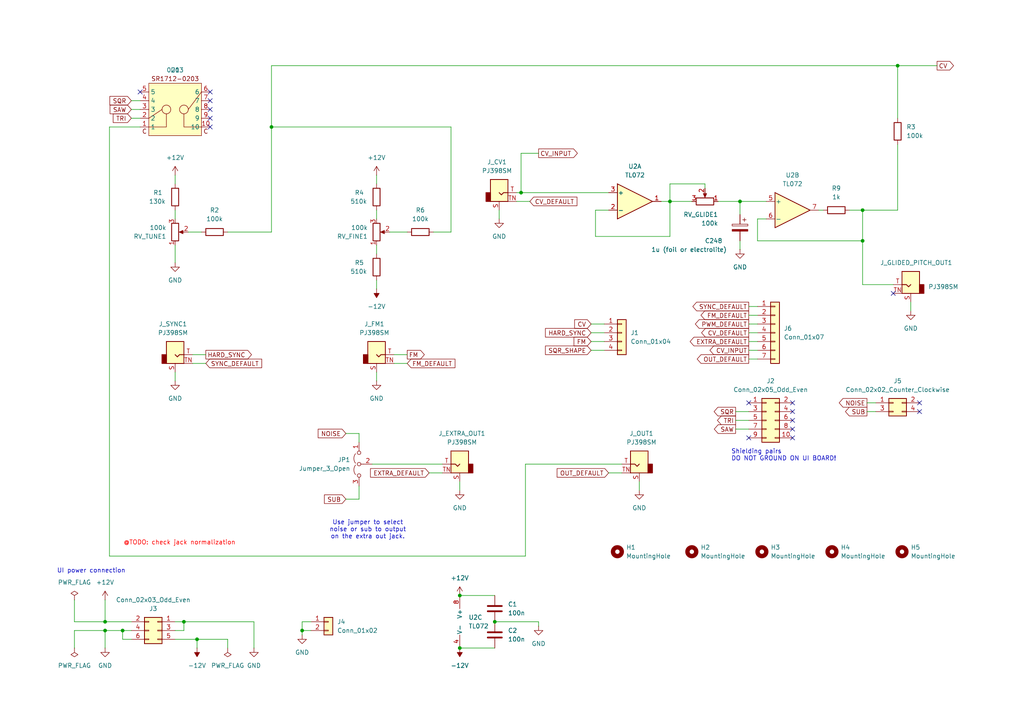
<source format=kicad_sch>
(kicad_sch (version 20250114) (generator "eeschema") (generator_version "9.0")
  (paper "A4")
  (title_block (title "Hog Moduleur VCO UI") (date "2025-10-24") (rev "v0.2") (company "Shmøergh"))
  (lib_symbols
    (symbol "Amplifier_Operational:TL072" (pin_names (offset 0.127))
      (property "Reference" "U" (at 0 5.08 0))
      (property "Value" "TL072" (at 0 -5.08 0))
      (symbol "TL072_1_1"
        (polyline (pts (xy -5.08 5.08) (xy 5.08 0) (xy -5.08 -5.08) (xy -5.08 5.08)) (stroke (width 0.254)) (fill (type background)))
        (pin input line (at -7.62 2.54 0) (length 2.54) (name "+") (number "3"))
        (pin input line (at -7.62 -2.54 0) (length 2.54) (name "-") (number "2"))
        (pin output line (at 7.62 0 180) (length 2.54) (name "~") (number "1"))
      )
      (symbol "TL072_2_1"
        (polyline (pts (xy -5.08 5.08) (xy 5.08 0) (xy -5.08 -5.08) (xy -5.08 5.08)) (stroke (width 0.254)) (fill (type background)))
        (pin input line (at -7.62 2.54 0) (length 2.54) (name "+") (number "5"))
        (pin input line (at -7.62 -2.54 0) (length 2.54) (name "-") (number "6"))
        (pin output line (at 7.62 0 180) (length 2.54) (name "~") (number "7"))
      )
      (symbol "TL072_3_1"
        (pin power_in line (at -2.54 7.62 270) (length 3.81) (name "V+") (number "8"))
        (pin power_in line (at -2.54 -7.62 90) (length 3.81) (name "V-") (number "4"))
      )
    )
    (symbol "Connector_Generic:Conn_01x02" (pin_names (offset 1.016) (hide yes))
      (property "Reference" "J" (at 0 2.54 0))
      (property "Value" "Conn_01x02" (at 0 -5.08 0))
      (symbol "Conn_01x02_1_1"
        (rectangle (start -1.27 1.27) (end 1.27 -3.81) (stroke (width 0.254)) (fill (type background)))
        (rectangle (start -1.27 0.127) (end 0 -0.127) (stroke (width 0.1524)))
        (rectangle (start -1.27 -2.413) (end 0 -2.667) (stroke (width 0.1524)))
        (pin passive line (at -5.08 0 0) (length 3.81) (name "Pin_1") (number "1"))
        (pin passive line (at -5.08 -2.54 0) (length 3.81) (name "Pin_2") (number "2"))
      )
    )
    (symbol "Connector_Generic:Conn_01x04" (pin_names (offset 1.016) (hide yes))
      (property "Reference" "J" (at 0 5.08 0))
      (property "Value" "Conn_01x04" (at 0 -7.62 0))
      (symbol "Conn_01x04_1_1"
        (rectangle (start -1.27 3.81) (end 1.27 -6.35) (stroke (width 0.254)) (fill (type background)))
        (rectangle (start -1.27 2.667) (end 0 2.413) (stroke (width 0.1524)))
        (rectangle (start -1.27 0.127) (end 0 -0.127) (stroke (width 0.1524)))
        (rectangle (start -1.27 -2.413) (end 0 -2.667) (stroke (width 0.1524)))
        (rectangle (start -1.27 -4.953) (end 0 -5.207) (stroke (width 0.1524)))
        (pin passive line (at -5.08 2.54 0) (length 3.81) (name "Pin_1") (number "1"))
        (pin passive line (at -5.08 0 0) (length 3.81) (name "Pin_2") (number "2"))
        (pin passive line (at -5.08 -2.54 0) (length 3.81) (name "Pin_3") (number "3"))
        (pin passive line (at -5.08 -5.08 0) (length 3.81) (name "Pin_4") (number "4"))
      )
    )
    (symbol "Connector_Generic:Conn_01x07" (pin_names (offset 1.016) (hide yes))
      (property "Reference" "J" (at 0 10.16 0))
      (property "Value" "Conn_01x07" (at 0 -10.16 0))
      (symbol "Conn_01x07_1_1"
        (rectangle (start -1.27 8.89) (end 1.27 -8.89) (stroke (width 0.254)) (fill (type background)))
        (rectangle (start -1.27 7.747) (end 0 7.493) (stroke (width 0.1524)))
        (rectangle (start -1.27 5.207) (end 0 4.953) (stroke (width 0.1524)))
        (rectangle (start -1.27 2.667) (end 0 2.413) (stroke (width 0.1524)))
        (rectangle (start -1.27 0.127) (end 0 -0.127) (stroke (width 0.1524)))
        (rectangle (start -1.27 -2.413) (end 0 -2.667) (stroke (width 0.1524)))
        (rectangle (start -1.27 -4.953) (end 0 -5.207) (stroke (width 0.1524)))
        (rectangle (start -1.27 -7.493) (end 0 -7.747) (stroke (width 0.1524)))
        (pin passive line (at -5.08 7.62 0) (length 3.81) (name "Pin_1") (number "1"))
        (pin passive line (at -5.08 5.08 0) (length 3.81) (name "Pin_2") (number "2"))
        (pin passive line (at -5.08 2.54 0) (length 3.81) (name "Pin_3") (number "3"))
        (pin passive line (at -5.08 0 0) (length 3.81) (name "Pin_4") (number "4"))
        (pin passive line (at -5.08 -2.54 0) (length 3.81) (name "Pin_5") (number "5"))
        (pin passive line (at -5.08 -5.08 0) (length 3.81) (name "Pin_6") (number "6"))
        (pin passive line (at -5.08 -7.62 0) (length 3.81) (name "Pin_7") (number "7"))
      )
    )
    (symbol "Connector_Generic:Conn_02x02_Odd_Even" (pin_names (offset 1.016) (hide yes))
      (property "Reference" "J" (at 1.27 2.54 0))
      (property "Value" "Conn_02x02_Odd_Even" (at 1.27 -5.08 0))
      (symbol "Conn_02x02_Odd_Even_1_1"
        (rectangle (start -1.27 1.27) (end 3.81 -3.81) (stroke (width 0.254)) (fill (type background)))
        (rectangle (start -1.27 0.127) (end 0 -0.127) (stroke (width 0.1524)))
        (rectangle (start -1.27 -2.413) (end 0 -2.667) (stroke (width 0.1524)))
        (rectangle (start 3.81 0.127) (end 2.54 -0.127) (stroke (width 0.1524)))
        (rectangle (start 3.81 -2.413) (end 2.54 -2.667) (stroke (width 0.1524)))
        (pin passive line (at -5.08 0 0) (length 3.81) (name "Pin_1") (number "1"))
        (pin passive line (at -5.08 -2.54 0) (length 3.81) (name "Pin_3") (number "3"))
        (pin passive line (at 7.62 0 180) (length 3.81) (name "Pin_2") (number "2"))
        (pin passive line (at 7.62 -2.54 180) (length 3.81) (name "Pin_4") (number "4"))
      )
    )
    (symbol "Connector_Generic:Conn_02x03_Odd_Even" (pin_names (offset 1.016) (hide yes))
      (property "Reference" "J" (at 1.27 5.08 0))
      (property "Value" "Conn_02x03_Odd_Even" (at 1.27 -5.08 0))
      (symbol "Conn_02x03_Odd_Even_1_1"
        (rectangle (start -1.27 3.81) (end 3.81 -3.81) (stroke (width 0.254)) (fill (type background)))
        (rectangle (start -1.27 2.667) (end 0 2.413) (stroke (width 0.1524)))
        (rectangle (start -1.27 0.127) (end 0 -0.127) (stroke (width 0.1524)))
        (rectangle (start -1.27 -2.413) (end 0 -2.667) (stroke (width 0.1524)))
        (rectangle (start 3.81 2.667) (end 2.54 2.413) (stroke (width 0.1524)))
        (rectangle (start 3.81 0.127) (end 2.54 -0.127) (stroke (width 0.1524)))
        (rectangle (start 3.81 -2.413) (end 2.54 -2.667) (stroke (width 0.1524)))
        (pin passive line (at -5.08 2.54 0) (length 3.81) (name "Pin_1") (number "1"))
        (pin passive line (at -5.08 0 0) (length 3.81) (name "Pin_3") (number "3"))
        (pin passive line (at -5.08 -2.54 0) (length 3.81) (name "Pin_5") (number "5"))
        (pin passive line (at 7.62 2.54 180) (length 3.81) (name "Pin_2") (number "2"))
        (pin passive line (at 7.62 0 180) (length 3.81) (name "Pin_4") (number "4"))
        (pin passive line (at 7.62 -2.54 180) (length 3.81) (name "Pin_6") (number "6"))
      )
    )
    (symbol "Connector_Generic:Conn_02x05_Odd_Even" (pin_names (offset 1.016) (hide yes))
      (property "Reference" "J" (at 1.27 7.62 0))
      (property "Value" "Conn_02x05_Odd_Even" (at 1.27 -7.62 0))
      (symbol "Conn_02x05_Odd_Even_1_1"
        (rectangle (start -1.27 6.35) (end 3.81 -6.35) (stroke (width 0.254)) (fill (type background)))
        (rectangle (start -1.27 5.207) (end 0 4.953) (stroke (width 0.1524)))
        (rectangle (start -1.27 2.667) (end 0 2.413) (stroke (width 0.1524)))
        (rectangle (start -1.27 0.127) (end 0 -0.127) (stroke (width 0.1524)))
        (rectangle (start -1.27 -2.413) (end 0 -2.667) (stroke (width 0.1524)))
        (rectangle (start -1.27 -4.953) (end 0 -5.207) (stroke (width 0.1524)))
        (rectangle (start 3.81 5.207) (end 2.54 4.953) (stroke (width 0.1524)))
        (rectangle (start 3.81 2.667) (end 2.54 2.413) (stroke (width 0.1524)))
        (rectangle (start 3.81 0.127) (end 2.54 -0.127) (stroke (width 0.1524)))
        (rectangle (start 3.81 -2.413) (end 2.54 -2.667) (stroke (width 0.1524)))
        (rectangle (start 3.81 -4.953) (end 2.54 -5.207) (stroke (width 0.1524)))
        (pin passive line (at -5.08 5.08 0) (length 3.81) (name "Pin_1") (number "1"))
        (pin passive line (at -5.08 2.54 0) (length 3.81) (name "Pin_3") (number "3"))
        (pin passive line (at -5.08 0 0) (length 3.81) (name "Pin_5") (number "5"))
        (pin passive line (at -5.08 -2.54 0) (length 3.81) (name "Pin_7") (number "7"))
        (pin passive line (at -5.08 -5.08 0) (length 3.81) (name "Pin_9") (number "9"))
        (pin passive line (at 7.62 5.08 180) (length 3.81) (name "Pin_2") (number "2"))
        (pin passive line (at 7.62 2.54 180) (length 3.81) (name "Pin_4") (number "4"))
        (pin passive line (at 7.62 0 180) (length 3.81) (name "Pin_6") (number "6"))
        (pin passive line (at 7.62 -2.54 180) (length 3.81) (name "Pin_8") (number "8"))
        (pin passive line (at 7.62 -5.08 180) (length 3.81) (name "Pin_10") (number "10"))
      )
    )
    (symbol "Device:C" (pin_numbers (hide yes)) (pin_names (offset 0.254))
      (property "Reference" "C" (at 0.635 2.54 0))
      (property "Value" "C" (at 0.635 -2.54 0))
      (symbol "C_0_1"
        (polyline (pts (xy -2.032 0.762) (xy 2.032 0.762)) (stroke (width 0.508)))
        (polyline (pts (xy -2.032 -0.762) (xy 2.032 -0.762)) (stroke (width 0.508)))
      )
      (symbol "C_1_1"
        (pin passive line (at 0 3.81 270) (length 2.794) (name "~") (number "1"))
        (pin passive line (at 0 -3.81 90) (length 2.794) (name "~") (number "2"))
      )
    )
    (symbol "Device:C_Polarized" (pin_numbers (hide yes)) (pin_names (offset 0.254))
      (property "Reference" "C" (at 0.635 2.54 0))
      (property "Value" "C_Polarized" (at 0.635 -2.54 0))
      (symbol "C_Polarized_0_1"
        (rectangle (start -2.286 0.508) (end 2.286 1.016))
        (polyline (pts (xy -1.778 2.286) (xy -0.762 2.286)))
        (polyline (pts (xy -1.27 2.794) (xy -1.27 1.778)))
        (rectangle (start 2.286 -0.508) (end -2.286 -1.016) (fill (type outline)))
      )
      (symbol "C_Polarized_1_1"
        (pin passive line (at 0 3.81 270) (length 2.794) (name "~") (number "1"))
        (pin passive line (at 0 -3.81 90) (length 2.794) (name "~") (number "2"))
      )
    )
    (symbol "Device:R" (pin_numbers (hide yes)) (pin_names (offset 0))
      (property "Reference" "R" (at 2.032 0 90))
      (property "Value" "R" (at 0 0 90))
      (symbol "R_0_1"
        (rectangle (start -1.016 -2.54) (end 1.016 2.54) (stroke (width 0.254)))
      )
      (symbol "R_1_1"
        (pin passive line (at 0 3.81 270) (length 1.27) (name "~") (number "1"))
        (pin passive line (at 0 -3.81 90) (length 1.27) (name "~") (number "2"))
      )
    )
    (symbol "Device:R_Potentiometer" (pin_names (offset 1.016) (hide yes))
      (property "Reference" "RV" (at -4.445 0 90))
      (property "Value" "R_Potentiometer" (at -2.54 0 90))
      (symbol "R_Potentiometer_0_1"
        (rectangle (start 1.016 2.54) (end -1.016 -2.54) (stroke (width 0.254)))
        (polyline (pts (xy 1.143 0) (xy 2.286 0.508) (xy 2.286 -0.508) (xy 1.143 0)) (fill (type outline)))
        (polyline (pts (xy 2.54 0) (xy 1.524 0)))
      )
      (symbol "R_Potentiometer_1_1"
        (pin passive line (at 0 3.81 270) (length 1.27) (name "1") (number "1"))
        (pin passive line (at 0 -3.81 90) (length 1.27) (name "3") (number "3"))
        (pin passive line (at 3.81 0 180) (length 1.27) (name "2") (number "2"))
      )
    )
    (symbol "Jumper:Jumper_3_Open" (pin_names (offset 0) (hide yes)) (in_bom no)
      (property "Reference" "JP" (at -2.54 -2.54 0))
      (property "Value" "Jumper_3_Open" (at 0 2.794 0))
      (symbol "Jumper_3_Open_0_0"
        (circle (center -3.302 0) (radius 0.508))
        (circle (center 0 0) (radius 0.508))
        (circle (center 3.302 0) (radius 0.508))
      )
      (symbol "Jumper_3_Open_0_1"
        (arc (start -3.048 1.016) (mid -1.651 1.4992) (end -0.254 1.016))
        (polyline (pts (xy 0 -0.508) (xy 0 -1.27)))
        (arc (start 0.254 1.016) (mid 1.651 1.4992) (end 3.048 1.016))
      )
      (symbol "Jumper_3_Open_1_1"
        (pin passive line (at -6.35 0 0) (length 2.54) (name "A") (number "1"))
        (pin passive line (at 0 -3.81 90) (length 2.54) (name "C") (number "2"))
        (pin passive line (at 6.35 0 180) (length 2.54) (name "B") (number "3"))
      )
    )
    (symbol "Mechanical:MountingHole" (pin_names (offset 1.016)) (in_bom no)
      (property "Reference" "H" (at 0 5.08 0))
      (property "Value" "MountingHole" (at 0 3.175 0))
      (symbol "MountingHole_0_1"
        (circle (center 0 0) (radius 1.27) (stroke (width 1.27)))
      )
    )
    (symbol "Shmoergh-Custom-Components:AudioJack2_Thonkiconn_S"
      (property "Reference" "J" (at 0 8.89 0))
      (property "Value" "AudioJack2_Thonkiconn" (at 0 6.35 0))
      (symbol "AudioJack2_Thonkiconn_S_0_1"
        (rectangle (start -2.54 -2.54) (end -3.81 0) (stroke (width 0.254)) (fill (type outline)))
        (polyline (pts (xy 0 0) (xy 0.635 -0.635) (xy 1.27 0) (xy 2.54 0)) (stroke (width 0.254)))
        (rectangle (start 2.54 3.81) (end -2.54 -2.54) (stroke (width 0.254)) (fill (type background)))
      )
      (symbol "AudioJack2_Thonkiconn_S_1_1"
        (pin passive line (at 0 -5.08 90) (length 2.54) (name "~") (number "S"))
        (pin bidirectional line (at 5.08 0 180) (length 2.54) (name "~") (number "T"))
        (pin passive line (at 5.08 -2.54 180) (length 2.54) (name "~") (number "TN"))
      )
    )
    (symbol "Shmoergh-Custom-Components:SR1712_0203"
      (property "Reference" "U" (at 0 1.27 0))
      (symbol "SR1712_0203_0_1"
        (polyline (pts (xy -7.62 -2.54) (xy -3.81 0)))
        (circle (center -2.54 0) (radius 1.27))
        (polyline (pts (xy -2.54 -1.27) (xy -2.54 -5.08) (xy -7.62 -5.08)))
        (circle (center 2.54 0) (radius 1.27))
        (polyline (pts (xy 7.62 5.08) (xy 3.81 0)))
        (polyline (pts (xy 7.62 -5.08) (xy 2.54 -5.08) (xy 2.54 -1.27)))
      )
      (symbol "SR1712_0203_1_1"
        (rectangle (start -7.62 7.62) (end 7.62 -7.62) (fill (type background)))
        (text "C" (at -8.89 -6.35 0) (effects (font (size 1.27 1.27))))
        (text "SR1712-0203" (at 0 8.89 0) (effects (font (size 1.27 1.27))))
        (text "C" (at 8.89 -6.35 0) (effects (font (size 1.27 1.27))))
        (pin input line (at -10.16 5.08 0) (length 2.54) (name "5") (number "5"))
        (pin input line (at -10.16 2.54 0) (length 2.54) (name "4") (number "4"))
        (pin input line (at -10.16 0 0) (length 2.54) (name "3") (number "3"))
        (pin input line (at -10.16 -2.54 0) (length 2.54) (name "2") (number "2"))
        (pin output line (at -10.16 -5.08 0) (length 2.54) (name "1") (number "1"))
        (pin input line (at 10.16 5.08 180) (length 2.54) (name "6") (number "6"))
        (pin input line (at 10.16 2.54 180) (length 2.54) (name "7") (number "7"))
        (pin input line (at 10.16 0 180) (length 2.54) (name "8") (number "8"))
        (pin input line (at 10.16 -2.54 180) (length 2.54) (name "9") (number "9"))
        (pin output line (at 10.16 -5.08 180) (length 2.54) (name "10") (number "10"))
      )
    )
    (symbol "power:+12V" (power) (pin_numbers (hide yes)) (pin_names (offset 0) (hide yes))
      (property "Value" "+12V" (at 0 3.556 0))
      (symbol "+12V_0_1"
        (polyline (pts (xy -0.762 1.27) (xy 0 2.54)))
        (polyline (pts (xy 0 2.54) (xy 0.762 1.27)))
        (polyline (pts (xy 0 0) (xy 0 2.54)))
      )
      (symbol "+12V_1_1"
        (pin power_in line (at 0 0 90) (length 0) (name "~") (number "1"))
      )
    )
    (symbol "power:-12V" (power) (pin_numbers (hide yes)) (pin_names (offset 0) (hide yes))
      (property "Value" "-12V" (at 0 3.556 0))
      (symbol "-12V_0_0"
        (pin power_in line (at 0 0 90) (length 0) (name "~") (number "1"))
      )
      (symbol "-12V_0_1"
        (polyline (pts (xy 0 0) (xy 0 1.27) (xy 0.762 1.27) (xy 0 2.54) (xy -0.762 1.27) (xy 0 1.27)) (fill (type outline)))
      )
    )
    (symbol "power:GND" (power) (pin_numbers (hide yes)) (pin_names (offset 0) (hide yes))
      (property "Value" "GND" (at 0 -3.81 0))
      (symbol "GND_0_1"
        (polyline (pts (xy 0 0) (xy 0 -1.27) (xy 1.27 -1.27) (xy 0 -2.54) (xy -1.27 -1.27) (xy 0 -1.27)))
      )
      (symbol "GND_1_1"
        (pin power_in line (at 0 0 270) (length 0) (name "~") (number "1"))
      )
    )
    (symbol "power:PWR_FLAG" (power) (pin_numbers (hide yes)) (pin_names (offset 0) (hide yes))
      (property "Value" "PWR_FLAG" (at 0 3.81 0))
      (symbol "PWR_FLAG_0_0"
        (pin power_out line (at 0 0 90) (length 0) (name "~") (number "1"))
      )
      (symbol "PWR_FLAG_0_1"
        (polyline (pts (xy 0 0) (xy 0 1.27) (xy -1.016 1.905) (xy 0 2.54) (xy 1.016 1.905) (xy 0 1.27)))
      )
    )
  )
  (text "@TODO: check jack normalization" (at 52.07 157.48 0) (effects (font (size 1.27 1.27))))
  (text "UI power connection" (at 16.51 166.37 0) (effects (font (size 1.27 1.27)) (justify left bottom)))
  (text "Use jumper to select\nnoise or sub to output\non the extra out jack." (at 106.68 153.67 0) (effects (font (size 1.27 1.27))))
  (text "Shielding pairs\nDO NOT GROUND ON UI BOARD!" (at 212.09 132.08 0) (effects (font (size 1.27 1.27)) (justify left)))
  (junction (at 250.19 60.96))
  (junction (at 133.35 172.72))
  (junction (at 30.48 180.34))
  (junction (at 87.63 182.88))
  (junction (at 260.35 19.05))
  (junction (at 35.56 182.88))
  (junction (at 57.15 185.42))
  (junction (at 30.48 182.88))
  (junction (at 133.35 187.96))
  (junction (at 151.13 55.88))
  (junction (at 53.34 180.34))
  (junction (at 78.74 36.83))
  (junction (at 143.51 180.34))
  (junction (at 214.63 58.42))
  (junction (at 194.31 58.42))
  (junction (at 250.19 69.85))
  (no_connect (at 229.87 127))
  (no_connect (at 60.96 29.21))
  (no_connect (at 60.96 34.29))
  (no_connect (at 217.17 116.84))
  (no_connect (at 229.87 121.92))
  (no_connect (at 229.87 119.38))
  (no_connect (at 60.96 31.75))
  (no_connect (at 259.08 85.09))
  (no_connect (at 229.87 116.84))
  (no_connect (at 266.7 119.38))
  (no_connect (at 229.87 124.46))
  (no_connect (at 217.17 127))
  (no_connect (at 60.96 36.83))
  (no_connect (at 266.7 116.84))
  (no_connect (at 60.96 26.67))
  (no_connect (at 40.64 26.67))
  (wire (pts (xy 213.36 119.38) (xy 217.17 119.38)))
  (wire (pts (xy 219.71 69.85) (xy 219.71 63.5)))
  (wire (pts (xy 251.46 116.84) (xy 254 116.84)))
  (wire (pts (xy 153.67 58.42) (xy 149.86 58.42)))
  (wire (pts (xy 217.17 96.52) (xy 219.71 96.52)))
  (wire (pts (xy 78.74 36.83) (xy 130.81 36.83)))
  (wire (pts (xy 38.1 34.29) (xy 40.64 34.29)))
  (wire (pts (xy 217.17 101.6) (xy 219.71 101.6)))
  (wire (pts (xy 118.11 102.87) (xy 114.3 102.87)))
  (wire (pts (xy 57.15 187.96) (xy 57.15 185.42)))
  (wire (pts (xy 31.75 161.29) (xy 152.4 161.29)))
  (wire (pts (xy 204.47 54.61) (xy 204.47 53.34)))
  (wire (pts (xy 78.74 67.31) (xy 78.74 36.83)))
  (wire (pts (xy 66.04 185.42) (xy 57.15 185.42)))
  (wire (pts (xy 50.8 50.8) (xy 50.8 53.34)))
  (wire (pts (xy 176.53 137.16) (xy 180.34 137.16)))
  (wire (pts (xy 260.35 34.29) (xy 260.35 19.05)))
  (wire (pts (xy 194.31 53.34) (xy 194.31 58.42)))
  (wire (pts (xy 109.22 107.95) (xy 109.22 110.49)))
  (wire (pts (xy 250.19 60.96) (xy 260.35 60.96)))
  (wire (pts (xy 133.35 187.96) (xy 143.51 187.96)))
  (wire (pts (xy 50.8 185.42) (xy 57.15 185.42)))
  (wire (pts (xy 87.63 182.88) (xy 90.17 182.88)))
  (wire (pts (xy 171.45 101.6) (xy 175.26 101.6)))
  (wire (pts (xy 59.69 105.41) (xy 55.88 105.41)))
  (wire (pts (xy 260.35 60.96) (xy 260.35 41.91)))
  (wire (pts (xy 58.42 67.31) (xy 54.61 67.31)))
  (wire (pts (xy 38.1 29.21) (xy 40.64 29.21)))
  (wire (pts (xy 50.8 60.96) (xy 50.8 63.5)))
  (wire (pts (xy 109.22 60.96) (xy 109.22 63.5)))
  (wire (pts (xy 100.33 144.78) (xy 104.14 144.78)))
  (wire (pts (xy 213.36 121.92) (xy 217.17 121.92)))
  (wire (pts (xy 246.38 60.96) (xy 250.19 60.96)))
  (wire (pts (xy 171.45 93.98) (xy 175.26 93.98)))
  (wire (pts (xy 104.14 125.73) (xy 104.14 128.27)))
  (wire (pts (xy 66.04 67.31) (xy 78.74 67.31)))
  (wire (pts (xy 171.45 99.06) (xy 175.26 99.06)))
  (wire (pts (xy 214.63 72.39) (xy 214.63 69.85)))
  (wire (pts (xy 251.46 119.38) (xy 254 119.38)))
  (wire (pts (xy 31.75 36.83) (xy 40.64 36.83)))
  (wire (pts (xy 172.72 68.58) (xy 194.31 68.58)))
  (wire (pts (xy 130.81 36.83) (xy 130.81 67.31)))
  (wire (pts (xy 100.33 125.73) (xy 104.14 125.73)))
  (wire (pts (xy 90.17 180.34) (xy 87.63 180.34)))
  (wire (pts (xy 31.75 36.83) (xy 31.75 161.29)))
  (wire (pts (xy 50.8 71.12) (xy 50.8 76.2)))
  (wire (pts (xy 118.11 105.41) (xy 114.3 105.41)))
  (wire (pts (xy 172.72 60.96) (xy 172.72 68.58)))
  (wire (pts (xy 30.48 182.88) (xy 35.56 182.88)))
  (wire (pts (xy 107.95 134.62) (xy 128.27 134.62)))
  (wire (pts (xy 87.63 180.34) (xy 87.63 182.88)))
  (wire (pts (xy 30.48 173.99) (xy 30.48 180.34)))
  (wire (pts (xy 59.69 102.87) (xy 55.88 102.87)))
  (wire (pts (xy 194.31 68.58) (xy 194.31 58.42)))
  (wire (pts (xy 217.17 93.98) (xy 219.71 93.98)))
  (wire (pts (xy 152.4 134.62) (xy 180.34 134.62)))
  (wire (pts (xy 151.13 55.88) (xy 149.86 55.88)))
  (wire (pts (xy 156.21 180.34) (xy 143.51 180.34)))
  (wire (pts (xy 194.31 58.42) (xy 191.77 58.42)))
  (wire (pts (xy 53.34 180.34) (xy 50.8 180.34)))
  (wire (pts (xy 237.49 60.96) (xy 238.76 60.96)))
  (wire (pts (xy 21.59 180.34) (xy 30.48 180.34)))
  (wire (pts (xy 176.53 60.96) (xy 172.72 60.96)))
  (wire (pts (xy 38.1 31.75) (xy 40.64 31.75)))
  (wire (pts (xy 185.42 142.24) (xy 185.42 139.7)))
  (wire (pts (xy 208.28 58.42) (xy 214.63 58.42)))
  (wire (pts (xy 204.47 53.34) (xy 194.31 53.34)))
  (wire (pts (xy 151.13 55.88) (xy 176.53 55.88)))
  (wire (pts (xy 219.71 63.5) (xy 222.25 63.5)))
  (wire (pts (xy 156.21 181.61) (xy 156.21 180.34)))
  (wire (pts (xy 21.59 182.88) (xy 30.48 182.88)))
  (wire (pts (xy 217.17 99.06) (xy 219.71 99.06)))
  (wire (pts (xy 73.66 187.96) (xy 73.66 180.34)))
  (wire (pts (xy 53.34 182.88) (xy 53.34 180.34)))
  (wire (pts (xy 250.19 82.55) (xy 250.19 69.85)))
  (wire (pts (xy 78.74 19.05) (xy 260.35 19.05)))
  (wire (pts (xy 109.22 83.82) (xy 109.22 81.28)))
  (wire (pts (xy 250.19 60.96) (xy 250.19 69.85)))
  (wire (pts (xy 194.31 58.42) (xy 200.66 58.42)))
  (wire (pts (xy 124.46 137.16) (xy 128.27 137.16)))
  (wire (pts (xy 38.1 185.42) (xy 35.56 185.42)))
  (wire (pts (xy 151.13 44.45) (xy 151.13 55.88)))
  (wire (pts (xy 264.16 87.63) (xy 264.16 90.17)))
  (wire (pts (xy 133.35 142.24) (xy 133.35 139.7)))
  (wire (pts (xy 217.17 88.9) (xy 219.71 88.9)))
  (wire (pts (xy 156.21 44.45) (xy 151.13 44.45)))
  (wire (pts (xy 50.8 107.95) (xy 50.8 110.49)))
  (wire (pts (xy 171.45 96.52) (xy 175.26 96.52)))
  (wire (pts (xy 21.59 173.99) (xy 21.59 180.34)))
  (wire (pts (xy 73.66 180.34) (xy 53.34 180.34)))
  (wire (pts (xy 35.56 185.42) (xy 35.56 182.88)))
  (wire (pts (xy 213.36 124.46) (xy 217.17 124.46)))
  (wire (pts (xy 125.73 67.31) (xy 130.81 67.31)))
  (wire (pts (xy 259.08 82.55) (xy 250.19 82.55)))
  (wire (pts (xy 30.48 180.34) (xy 38.1 180.34)))
  (wire (pts (xy 109.22 73.66) (xy 109.22 71.12)))
  (wire (pts (xy 35.56 182.88) (xy 38.1 182.88)))
  (wire (pts (xy 217.17 104.14) (xy 219.71 104.14)))
  (wire (pts (xy 214.63 58.42) (xy 214.63 62.23)))
  (wire (pts (xy 78.74 19.05) (xy 78.74 36.83)))
  (wire (pts (xy 144.78 60.96) (xy 144.78 63.5)))
  (wire (pts (xy 21.59 187.96) (xy 21.59 182.88)))
  (wire (pts (xy 250.19 69.85) (xy 219.71 69.85)))
  (wire (pts (xy 152.4 161.29) (xy 152.4 134.62)))
  (wire (pts (xy 109.22 50.8) (xy 109.22 53.34)))
  (wire (pts (xy 87.63 182.88) (xy 87.63 184.15)))
  (wire (pts (xy 30.48 187.96) (xy 30.48 182.88)))
  (wire (pts (xy 217.17 91.44) (xy 219.71 91.44)))
  (wire (pts (xy 222.25 58.42) (xy 214.63 58.42)))
  (wire (pts (xy 50.8 182.88) (xy 53.34 182.88)))
  (wire (pts (xy 133.35 172.72) (xy 143.51 172.72)))
  (wire (pts (xy 104.14 144.78) (xy 104.14 140.97)))
  (wire (pts (xy 260.35 19.05) (xy 271.78 19.05)))
  (wire (pts (xy 118.11 67.31) (xy 113.03 67.31)))
  (wire (pts (xy 66.04 187.96) (xy 66.04 185.42)))
  (global_label "SQR" (shape input) (at 38.1 29.21 180) (property "Intersheetrefs" "${INTERSHEET_REFS}" (effects (hide yes))))
  (global_label "TRI" (shape input) (at 38.1 34.29 180) (property "Intersheetrefs" "${INTERSHEET_REFS}" (effects (hide yes))))
  (global_label "FM" (shape output) (at 118.11 102.87 0) (property "Intersheetrefs" "${INTERSHEET_REFS}" (effects (hide yes))))
  (global_label "OUT_DEFAULT" (shape input) (at 176.53 137.16 180) (property "Intersheetrefs" "${INTERSHEET_REFS}" (effects (hide yes))))
  (global_label "SQR" (shape output) (at 213.36 119.38 180) (property "Intersheetrefs" "${INTERSHEET_REFS}" (effects (hide yes))))
  (global_label "HARD_SYNC" (shape output) (at 59.69 102.87 0) (property "Intersheetrefs" "${INTERSHEET_REFS}" (effects (hide yes))))
  (global_label "NOISE" (shape input) (at 100.33 125.73 180) (property "Intersheetrefs" "${INTERSHEET_REFS}" (effects (hide yes))))
  (global_label "SUB" (shape input) (at 100.33 144.78 180) (property "Intersheetrefs" "${INTERSHEET_REFS}" (effects (hide yes))))
  (global_label "SAW" (shape input) (at 38.1 31.75 180) (property "Intersheetrefs" "${INTERSHEET_REFS}" (effects (hide yes))))
  (global_label "CV" (shape output) (at 271.78 19.05 0) (property "Intersheetrefs" "${INTERSHEET_REFS}" (effects (hide yes))))
  (global_label "EXTRA_DEFAULT" (shape input) (at 124.46 137.16 180) (property "Intersheetrefs" "${INTERSHEET_REFS}" (effects (hide yes))))
  (global_label "TRI" (shape output) (at 213.36 121.92 180) (property "Intersheetrefs" "${INTERSHEET_REFS}" (effects (hide yes))))
  (global_label "CV" (shape input) (at 171.45 93.98 180) (property "Intersheetrefs" "${INTERSHEET_REFS}" (effects (hide yes))))
  (global_label "CV_INPUT" (shape output) (at 156.21 44.45 0) (property "Intersheetrefs" "${INTERSHEET_REFS}" (effects (hide yes))))
  (global_label "FM_DEFAULT" (shape input) (at 118.11 105.41 0) (property "Intersheetrefs" "${INTERSHEET_REFS}" (effects (hide yes))))
  (global_label "NOISE" (shape output) (at 251.46 116.84 180) (property "Intersheetrefs" "${INTERSHEET_REFS}" (effects (hide yes))))
  (global_label "CV_DEFAULT" (shape input) (at 153.67 58.42 0) (property "Intersheetrefs" "${INTERSHEET_REFS}" (effects (hide yes))))
  (global_label "HARD_SYNC" (shape input) (at 171.45 96.52 180) (property "Intersheetrefs" "${INTERSHEET_REFS}" (effects (hide yes))))
  (global_label "SAW" (shape output) (at 213.36 124.46 180) (property "Intersheetrefs" "${INTERSHEET_REFS}" (effects (hide yes))))
  (global_label "SUB" (shape output) (at 251.46 119.38 180) (property "Intersheetrefs" "${INTERSHEET_REFS}" (effects (hide yes))))
  (global_label "PWM_DEFAULT" (shape output) (at 217.17 93.98 180) (property "Intersheetrefs" "${INTERSHEET_REFS}" (effects (hide yes))))
  (global_label "SYNC_DEFAULT" (shape output) (at 217.17 88.9 180) (property "Intersheetrefs" "${INTERSHEET_REFS}" (effects (hide yes))))
  (global_label "CV_DEFAULT" (shape output) (at 217.17 96.52 180) (property "Intersheetrefs" "${INTERSHEET_REFS}" (effects (hide yes))))
  (global_label "SQR_SHAPE" (shape input) (at 171.45 101.6 180) (property "Intersheetrefs" "${INTERSHEET_REFS}" (effects (hide yes))))
  (global_label "SYNC_DEFAULT" (shape input) (at 59.69 105.41 0) (property "Intersheetrefs" "${INTERSHEET_REFS}" (effects (hide yes))))
  (global_label "EXTRA_DEFAULT" (shape output) (at 217.17 99.06 180) (property "Intersheetrefs" "${INTERSHEET_REFS}" (effects (hide yes))))
  (global_label "OUT_DEFAULT" (shape output) (at 217.17 104.14 180) (property "Intersheetrefs" "${INTERSHEET_REFS}" (effects (hide yes))))
  (global_label "FM_DEFAULT" (shape output) (at 217.17 91.44 180) (property "Intersheetrefs" "${INTERSHEET_REFS}" (effects (hide yes))))
  (global_label "FM" (shape input) (at 171.45 99.06 180) (property "Intersheetrefs" "${INTERSHEET_REFS}" (effects (hide yes))))
  (global_label "CV_INPUT" (shape output) (at 217.17 101.6 180) (property "Intersheetrefs" "${INTERSHEET_REFS}" (effects (hide yes))))
  (symbol (lib_id "Amplifier_Operational:TL072") (at 229.87 60.96 0) (unit 2)
    (property "Reference" "U2" (at 229.87 50.8 0))
    (property "Value" "TL072" (at 229.87 53.34 0))
    (property "Footprint" "Package_DIP:DIP-8_W7.62mm_LongPads" (effects (hide yes)))
    (property "Datasheet" "http://www.ti.com/lit/ds/symlink/tl071.pdf" (effects (hide yes)))
    (property "Description" "Dual Low-Noise JFET-Input Operational Amplifiers, DIP-8/SOIC-8" (effects (hide yes)))
  )
  (symbol (lib_id "power:GND") (at 133.35 142.24 0) (mirror y) (unit 1)
    (property "Reference" "#PWR08" (effects (hide yes)))
    (property "Value" "GND" (at 133.35 147.32 0))
    (property "Description" "Power symbol creates a global label with name \"GND\" , ground" (effects (hide yes)))
  )
  (symbol (lib_id "Jumper:Jumper_3_Open") (at 104.14 134.62 90) (mirror x) (unit 1)
    (property "Reference" "JP1" (at 101.6 133.3499 90) (effects (justify left)))
    (property "Value" "Jumper_3_Open" (at 101.6 135.8899 90) (effects (justify left)))
    (property "Footprint" "Connector_PinHeader_2.54mm:PinHeader_1x03_P2.54mm_Horizontal" (effects (hide yes)))
    (property "Description" "Jumper, 3-pole, both open" (effects (hide yes)))
    (property "Part URL" "https://mou.sr/451l2py" (effects (hide yes)))
    (property "Vendor" "Mouser" (effects (hide yes)))
    (property "Part no." "200-HTSW10308TSRA" (effects (hide yes)))
  )
  (symbol (lib_id "power:+12V") (at 30.48 173.99 0) (unit 1)
    (property "Reference" "#PWR014" (effects (hide yes)))
    (property "Value" "+12V" (at 30.48 168.91 0))
    (property "Description" "Power symbol creates a global label with name \"+12V\"" (effects (hide yes)))
  )
  (symbol (lib_id "power:GND") (at 50.8 76.2 0) (unit 1)
    (property "Reference" "#PWR02" (effects (hide yes)))
    (property "Value" "GND" (at 50.8 81.28 0))
    (property "Description" "Power symbol creates a global label with name \"GND\" , ground" (effects (hide yes)))
  )
  (symbol (lib_id "Shmoergh-Custom-Components:AudioJack2_Thonkiconn_S") (at 264.16 82.55 0) (mirror y) (unit 1)
    (property "Reference" "J_GLIDED_PITCH_OUT1" (at 255.27 76.2 0) (effects (justify right)))
    (property "Value" "PJ398SM" (at 269.24 83.1849 0) (effects (justify right)))
    (property "Footprint" "Shmoergh_Custom_Footprints:Jack_3.5mm_QingPu_WQP-PJ398SM_Vertical_CircularHoles" (effects (hide yes)))
    (property "Description" "Audio Jack, 2 Poles (Mono / TS), Grounded Sleeve" (effects (hide yes)))
    (property "Part URL" "https://www.thonk.co.uk/shop/thonkiconn/" (effects (hide yes)))
    (property "Vendor" "Thonk" (effects (hide yes)))
    (property "Part no." "PJ398SM" (effects (hide yes)))
  )
  (symbol (lib_id "Shmoergh-Custom-Components:AudioJack2_Thonkiconn_S") (at 185.42 134.62 0) (mirror y) (unit 1)
    (property "Reference" "J_OUT1" (at 186.055 125.73 0))
    (property "Value" "PJ398SM" (at 186.055 128.27 0))
    (property "Footprint" "Shmoergh_Custom_Footprints:Jack_3.5mm_QingPu_WQP-PJ398SM_Vertical_CircularHoles" (effects (hide yes)))
    (property "Description" "Audio Jack, 2 Poles (Mono / TS), Grounded Sleeve" (effects (hide yes)))
    (property "Part URL" "https://www.thonk.co.uk/shop/thonkiconn/" (effects (hide yes)))
    (property "Vendor" "Thonk" (effects (hide yes)))
    (property "Part no." "PJ398SM" (effects (hide yes)))
  )
  (symbol (lib_id "Shmoergh-Custom-Components:SR1712_0203") (at 50.8 31.75 0) (unit 1)
    (property "Reference" "U1" (at 50.8 20.32 0))
    (property "Value" "0203" (at 50.8 20.32 0))
    (property "Footprint" "Shmoergh_Custom_Footprints:SR1712-0203" (effects (hide yes)))
    (property "Datasheet" "https://hu.mouser.com/datasheet/2/13/SR1712F-1815245.pdf" (effects (hide yes)))
    (property "Part URL" "https://mou.sr/3U6bGTk" (effects (hide yes)))
    (property "Vendor" "Mouser" (effects (hide yes)))
    (property "Part no." "105-SR1712F-23NS" (effects (hide yes)))
  )
  (symbol (lib_id "Shmoergh-Custom-Components:AudioJack2_Thonkiconn_S") (at 144.78 55.88 0) (unit 1)
    (property "Reference" "J_CV1" (at 144.145 46.99 0))
    (property "Value" "PJ398SM" (at 144.145 49.53 0))
    (property "Footprint" "Shmoergh_Custom_Footprints:Jack_3.5mm_QingPu_WQP-PJ398SM_Vertical_CircularHoles" (effects (hide yes)))
    (property "Description" "Audio Jack, 2 Poles (Mono / TS), Grounded Sleeve" (effects (hide yes)))
    (property "Part URL" "https://www.thonk.co.uk/shop/thonkiconn/" (effects (hide yes)))
    (property "Vendor" "Thonk" (effects (hide yes)))
    (property "Part no." "PJ398SM" (effects (hide yes)))
  )
  (symbol (lib_id "power:GND") (at 185.42 142.24 0) (mirror y) (unit 1)
    (property "Reference" "#PWR012" (effects (hide yes)))
    (property "Value" "GND" (at 185.42 147.32 0))
    (property "Description" "Power symbol creates a global label with name \"GND\" , ground" (effects (hide yes)))
  )
  (symbol (lib_id "power:+12V") (at 133.35 172.72 0) (unit 1)
    (property "Reference" "#PWR020" (effects (hide yes)))
    (property "Value" "+12V" (at 133.35 167.64 0))
    (property "Description" "Power symbol creates a global label with name \"+12V\"" (effects (hide yes)))
  )
  (symbol (lib_id "power:-12V") (at 57.15 187.96 180) (unit 1)
    (property "Reference" "#PWR018" (effects (hide yes)))
    (property "Value" "-12V" (at 57.15 193.04 0))
    (property "Description" "Power symbol creates a global label with name \"-12V\"" (effects (hide yes)))
  )
  (symbol (lib_id "Connector_Generic:Conn_02x02_Odd_Even") (at 259.08 116.84 0) (unit 1)
    (property "Reference" "J5" (at 260.35 110.49 0))
    (property "Value" "Conn_02x02_Counter_Clockwise" (at 260.35 113.03 0))
    (property "Footprint" "Connector_PinSocket_2.54mm:PinSocket_2x02_P2.54mm_Vertical" (effects (hide yes)))
    (property "Description" "Generic connector, double row, 02x02, odd/even pin numbering scheme (row 1 odd numbers, row 2 even numbers), script generated (kicad-library-utils/schlib/autogen/connector/)" (effects (hide yes)))
    (property "Part URL" "https://mou.sr/4eSbYqI" (effects (hide yes)))
    (property "Vendor" "Mouser" (effects (hide yes)))
    (property "Part no." "200-SSW10206TD" (effects (hide yes)))
  )
  (symbol (lib_id "Device:C_Polarized") (at 214.63 66.04 0) (mirror y) (unit 1)
    (property "Reference" "C248" (at 209.55 69.85 0) (effects (justify left)))
    (property "Value" "1u (foil or electrolite)" (at 210.82 72.39 0) (effects (justify left)))
    (property "Footprint" "Capacitor_THT:C_Rect_L7.2mm_W5.5mm_P5.00mm_FKS2_FKP2_MKS2_MKP2" (effects (hide yes)))
    (property "Part No." "80-R82EC4100Z370K " (effects (hide yes)))
    (property "Part URL" "https://mou.sr/3ZROEn2" (effects (hide yes)))
    (property "Vendor" "Mouser" (effects (hide yes)))
  )
  (symbol (lib_id "power:+12V") (at 109.22 50.8 0) (unit 1)
    (property "Reference" "#PWR05" (effects (hide yes)))
    (property "Value" "+12V" (at 109.22 45.72 0))
    (property "Description" "Power symbol creates a global label with name \"+12V\"" (effects (hide yes)))
  )
  (symbol (lib_id "Device:R") (at 242.57 60.96 90) (unit 1)
    (property "Reference" "R9" (at 242.57 54.61 90))
    (property "Value" "1k" (at 242.57 57.15 90))
    (property "Footprint" "Shmoergh_Custom_Footprints:R_Axial_DIN0207_L6.3mm_D2.5mm_P7.62mm_Horizontal" (effects (hide yes)))
    (property "Description" "Resistor" (effects (hide yes)))
    (property "Vendor" "Mouser" (effects (hide yes)))
    (property "Part URL" "https://mou.sr/46cEvF7" (effects (hide yes)))
    (property "Part no." "603-MFR-25FRF52-220K" (effects (hide yes)))
  )
  (symbol (lib_id "Mechanical:MountingHole") (at 261.62 160.02 0) (unit 1) (in_bom no)
    (property "Reference" "H5" (at 264.16 158.7499 0) (effects (justify left)))
    (property "Value" "MountingHole" (at 264.16 161.2899 0) (effects (justify left)))
    (property "Footprint" "MountingHole:MountingHole_3.2mm_M3_DIN965_Pad" (effects (hide yes)))
    (property "Description" "Mounting Hole without connection" (effects (hide yes)))
    (property "Vendor" "-" (effects (hide yes)))
  )
  (symbol (lib_id "Connector_Generic:Conn_02x03_Odd_Even") (at 45.72 182.88 0) (mirror y) (unit 1)
    (property "Reference" "J3" (at 44.45 176.53 0))
    (property "Value" "Conn_02x03_Odd_Even" (at 44.45 173.99 0))
    (property "Footprint" "Connector_PinSocket_2.54mm:PinSocket_2x03_P2.54mm_Vertical" (effects (hide yes)))
    (property "Description" "Generic connector, double row, 02x03, odd/even pin numbering scheme (row 1 odd numbers, row 2 even numbers), script generated (kicad-library-utils/schlib/autogen/connector/)" (effects (hide yes)))
    (property "Part URL" "https://mou.sr/3GIDVEr" (effects (hide yes)))
    (property "Vendor" "Mouser" (effects (hide yes)))
    (property "Part no." "200-SSW10301TD" (effects (hide yes)))
  )
  (symbol (lib_id "power:+12V") (at 50.8 50.8 0) (unit 1)
    (property "Reference" "#PWR01" (effects (hide yes)))
    (property "Value" "+12V" (at 50.8 45.72 0))
    (property "Description" "Power symbol creates a global label with name \"+12V\"" (effects (hide yes)))
  )
  (symbol (lib_id "power:GND") (at 50.8 110.49 0) (unit 1)
    (property "Reference" "#PWR03" (effects (hide yes)))
    (property "Value" "GND" (at 50.8 115.57 0))
    (property "Description" "Power symbol creates a global label with name \"GND\" , ground" (effects (hide yes)))
  )
  (symbol (lib_id "Shmoergh-Custom-Components:AudioJack2_Thonkiconn_S") (at 50.8 102.87 0) (unit 1)
    (property "Reference" "J_SYNC1" (at 50.165 93.98 0))
    (property "Value" "PJ398SM" (at 50.165 96.52 0))
    (property "Footprint" "Shmoergh_Custom_Footprints:Jack_3.5mm_QingPu_WQP-PJ398SM_Vertical_CircularHoles" (effects (hide yes)))
    (property "Description" "Audio Jack, 2 Poles (Mono / TS), Grounded Sleeve" (effects (hide yes)))
    (property "Part URL" "https://www.thonk.co.uk/shop/thonkiconn/" (effects (hide yes)))
    (property "Vendor" "Thonk" (effects (hide yes)))
    (property "Part no." "PJ398SM" (effects (hide yes)))
  )
  (symbol (lib_id "Mechanical:MountingHole") (at 200.66 160.02 0) (unit 1) (in_bom no)
    (property "Reference" "H2" (at 203.2 158.7499 0) (effects (justify left)))
    (property "Value" "MountingHole" (at 203.2 161.2899 0) (effects (justify left)))
    (property "Footprint" "MountingHole:MountingHole_3.2mm_M3_DIN965_Pad" (effects (hide yes)))
    (property "Description" "Mounting Hole without connection" (effects (hide yes)))
    (property "Vendor" "-" (effects (hide yes)))
  )
  (symbol (lib_id "Device:R") (at 121.92 67.31 90) (unit 1)
    (property "Reference" "R6" (at 121.92 60.96 90))
    (property "Value" "100k" (at 121.92 63.5 90))
    (property "Footprint" "Shmoergh_Custom_Footprints:R_Axial_DIN0207_L6.3mm_D2.5mm_P7.62mm_Horizontal" (effects (hide yes)))
    (property "Description" "Resistor" (effects (hide yes)))
    (property "Vendor" "Mouser" (effects (hide yes)))
    (property "Part URL" "https://mou.sr/4hEwI4G" (effects (hide yes)))
    (property "Part no." "603-MFR-25FRF52100K" (effects (hide yes)))
  )
  (symbol (lib_id "power:GND") (at 109.22 110.49 0) (unit 1)
    (property "Reference" "#PWR07" (effects (hide yes)))
    (property "Value" "GND" (at 109.22 115.57 0))
    (property "Description" "Power symbol creates a global label with name \"GND\" , ground" (effects (hide yes)))
  )
  (symbol (lib_id "Connector_Generic:Conn_01x04") (at 180.34 96.52 0) (unit 1)
    (property "Reference" "J1" (at 182.88 96.5199 0) (effects (justify left)))
    (property "Value" "Conn_01x04" (at 182.88 99.0599 0) (effects (justify left)))
    (property "Footprint" "Connector_PinSocket_2.54mm:PinSocket_1x04_P2.54mm_Vertical" (effects (hide yes)))
    (property "Description" "Generic connector, single row, 01x04, script generated (kicad-library-utils/schlib/autogen/connector/)" (effects (hide yes)))
    (property "Part URL" "https://mou.sr/4kxE3Vr" (effects (hide yes)))
    (property "Vendor" "Mouser" (effects (hide yes)))
    (property "Part no." "200-SSW10401TMS" (effects (hide yes)))
  )
  (symbol (lib_id "Amplifier_Operational:TL072") (at 135.89 180.34 0) (unit 3)
    (property "Reference" "U2" (at 135.89 179.0699 0) (effects (justify left)))
    (property "Value" "TL072" (at 135.89 181.6099 0) (effects (justify left)))
    (property "Footprint" "Package_DIP:DIP-8_W7.62mm_LongPads" (effects (hide yes)))
    (property "Datasheet" "http://www.ti.com/lit/ds/symlink/tl071.pdf" (effects (hide yes)))
    (property "Description" "Dual Low-Noise JFET-Input Operational Amplifiers, DIP-8/SOIC-8" (effects (hide yes)))
  )
  (symbol (lib_id "Device:R") (at 50.8 57.15 0) (unit 1)
    (property "Reference" "R1" (at 44.45 55.88 0) (effects (justify left)))
    (property "Value" "130k" (at 43.18 58.42 0) (effects (justify left)))
    (property "Footprint" "Shmoergh_Custom_Footprints:R_Axial_DIN0207_L6.3mm_D2.5mm_P7.62mm_Horizontal" (effects (hide yes)))
    (property "Description" "Resistor" (effects (hide yes)))
    (property "Vendor" "Mouser" (effects (hide yes)))
  )
  (symbol (lib_id "Connector_Generic:Conn_01x07") (at 224.79 96.52 0) (unit 1)
    (property "Reference" "J6" (at 227.33 95.2499 0) (effects (justify left)))
    (property "Value" "Conn_01x07" (at 227.33 97.7899 0) (effects (justify left)))
    (property "Footprint" "Connector_PinSocket_2.54mm:PinSocket_1x07_P2.54mm_Vertical" (effects (hide yes)))
    (property "Description" "Generic connector, single row, 01x07, script generated (kicad-library-utils/schlib/autogen/connector/)" (effects (hide yes)))
    (property "Part URL" "https://mou.sr/4lnf48h" (effects (hide yes)))
    (property "Vendor" "Mouser" (effects (hide yes)))
    (property "Part no." "200-SSW10601TS" (effects (hide yes)))
  )
  (symbol (lib_id "Mechanical:MountingHole") (at 179.07 160.02 0) (unit 1) (in_bom no)
    (property "Reference" "H1" (at 181.61 158.7499 0) (effects (justify left)))
    (property "Value" "MountingHole" (at 181.61 161.2899 0) (effects (justify left)))
    (property "Footprint" "MountingHole:MountingHole_3.2mm_M3_DIN965_Pad" (effects (hide yes)))
    (property "Description" "Mounting Hole without connection" (effects (hide yes)))
    (property "Vendor" "-" (effects (hide yes)))
  )
  (symbol (lib_id "power:PWR_FLAG") (at 21.59 173.99 0) (unit 1)
    (property "Reference" "#FLG01" (effects (hide yes)))
    (property "Value" "PWR_FLAG" (at 21.59 168.91 0))
    (property "Description" "Special symbol for telling ERC where power comes from" (effects (hide yes)))
  )
  (symbol (lib_id "Device:C") (at 143.51 176.53 0) (unit 1)
    (property "Reference" "C1" (at 147.32 175.2599 0) (effects (justify left)))
    (property "Value" "100n" (at 147.32 177.7999 0) (effects (justify left)))
    (property "Footprint" "Capacitor_THT:C_Disc_D5.0mm_W2.5mm_P2.50mm" (effects (hide yes)))
    (property "Description" "Unpolarized capacitor" (effects (hide yes)))
  )
  (symbol (lib_id "power:GND") (at 73.66 187.96 0) (unit 1)
    (property "Reference" "#PWR019" (effects (hide yes)))
    (property "Value" "GND" (at 73.66 193.04 0))
    (property "Description" "Power symbol creates a global label with name \"GND\" , ground" (effects (hide yes)))
  )
  (symbol (lib_id "Amplifier_Operational:TL072") (at 184.15 58.42 0) (unit 1)
    (property "Reference" "U2" (at 184.15 48.26 0))
    (property "Value" "TL072" (at 184.15 50.8 0))
    (property "Footprint" "Package_DIP:DIP-8_W7.62mm_LongPads" (effects (hide yes)))
    (property "Datasheet" "http://www.ti.com/lit/ds/symlink/tl071.pdf" (effects (hide yes)))
    (property "Description" "Dual Low-Noise JFET-Input Operational Amplifiers, DIP-8/SOIC-8" (effects (hide yes)))
  )
  (symbol (lib_id "power:GND") (at 214.63 72.39 0) (unit 1)
    (property "Reference" "#PWR09" (effects (hide yes)))
    (property "Value" "GND" (at 214.63 77.47 0))
    (property "Description" "Power symbol creates a global label with name \"GND\" , ground" (effects (hide yes)))
  )
  (symbol (lib_id "Connector_Generic:Conn_02x05_Odd_Even") (at 222.25 121.92 0) (unit 1)
    (property "Reference" "J2" (at 223.52 110.49 0))
    (property "Value" "Conn_02x05_Odd_Even" (at 223.52 113.03 0))
    (property "Footprint" "Connector_PinSocket_2.54mm:PinSocket_2x05_P2.54mm_Vertical" (effects (hide yes)))
    (property "Description" "Generic connector, double row, 02x05, odd/even pin numbering scheme (row 1 odd numbers, row 2 even numbers), script generated (kicad-library-utils/schlib/autogen/connector/)" (effects (hide yes)))
    (property "Part URL" "https://mou.sr/4lVCZM9" (effects (hide yes)))
    (property "Vendor" "Mouser" (effects (hide yes)))
    (property "Part no." "200-SSW10501TD" (effects (hide yes)))
  )
  (symbol (lib_id "Device:R_Potentiometer") (at 109.22 67.31 0) (mirror x) (unit 1)
    (property "Reference" "RV_FINE1" (at 106.68 68.5801 0) (effects (justify right)))
    (property "Value" "100k" (at 106.68 66.0401 0) (effects (justify right)))
    (property "Footprint" "Shmoergh_Custom_Footprints:Potentiometer_Bourns_Single-PTV09A" (effects (hide yes)))
    (property "Description" "Potentiometer" (effects (hide yes)))
    (property "Part URL" "https://mou.sr/4694GMU" (effects (hide yes)))
    (property "Vendor" "Mouser" (effects (hide yes)))
    (property "Part no." "652-PTV09A4025FB104" (effects (hide yes)))
  )
  (symbol (lib_id "power:GND") (at 144.78 63.5 0) (unit 1)
    (property "Reference" "#PWR04" (effects (hide yes)))
    (property "Value" "GND" (at 144.78 68.58 0))
    (property "Description" "Power symbol creates a global label with name \"GND\" , ground" (effects (hide yes)))
  )
  (symbol (lib_id "power:-12V") (at 133.35 187.96 180) (unit 1)
    (property "Reference" "#PWR021" (effects (hide yes)))
    (property "Value" "-12V" (at 133.35 193.04 0))
    (property "Description" "Power symbol creates a global label with name \"-12V\"" (effects (hide yes)))
  )
  (symbol (lib_id "Device:R") (at 260.35 38.1 180) (unit 1)
    (property "Reference" "R3" (at 262.89 36.8299 0) (effects (justify right)))
    (property "Value" "100k" (at 262.89 39.3699 0) (effects (justify right)))
    (property "Footprint" "Shmoergh_Custom_Footprints:R_Axial_DIN0207_L6.3mm_D2.5mm_P7.62mm_Horizontal" (effects (hide yes)))
    (property "Description" "Resistor" (effects (hide yes)))
    (property "Vendor" "Mouser" (effects (hide yes)))
    (property "Part URL" "https://mou.sr/4hEwI4G" (effects (hide yes)))
    (property "Part no." "603-MFR-25FRF52100K" (effects (hide yes)))
  )
  (symbol (lib_id "Device:R") (at 109.22 77.47 0) (unit 1)
    (property "Reference" "R5" (at 102.87 76.2 0) (effects (justify left)))
    (property "Value" "510k" (at 101.6 78.74 0) (effects (justify left)))
    (property "Footprint" "Shmoergh_Custom_Footprints:R_Axial_DIN0207_L6.3mm_D2.5mm_P7.62mm_Horizontal" (effects (hide yes)))
    (property "Description" "Resistor" (effects (hide yes)))
    (property "Vendor" "Mouser" (effects (hide yes)))
  )
  (symbol (lib_id "Connector_Generic:Conn_01x02") (at 95.25 180.34 0) (unit 1)
    (property "Reference" "J4" (at 97.79 180.3399 0) (effects (justify left)))
    (property "Value" "Conn_01x02" (at 97.79 182.8799 0) (effects (justify left)))
    (property "Footprint" "Connector_PinSocket_2.54mm:PinSocket_1x02_P2.54mm_Vertical" (effects (hide yes)))
    (property "Description" "Generic connector, single row, 01x02, script generated (kicad-library-utils/schlib/autogen/connector/)" (effects (hide yes)))
    (property "Part URL" "https://mou.sr/4lBvdHe" (effects (hide yes)))
    (property "Vendor" "Mouser" (effects (hide yes)))
    (property "Part no." "200-SSW10201TS" (effects (hide yes)))
  )
  (symbol (lib_id "Mechanical:MountingHole") (at 220.98 160.02 0) (unit 1) (in_bom no)
    (property "Reference" "H3" (at 223.52 158.7499 0) (effects (justify left)))
    (property "Value" "MountingHole" (at 223.52 161.2899 0) (effects (justify left)))
    (property "Footprint" "MountingHole:MountingHole_3.2mm_M3_DIN965_Pad" (effects (hide yes)))
    (property "Description" "Mounting Hole without connection" (effects (hide yes)))
    (property "Vendor" "-" (effects (hide yes)))
  )
  (symbol (lib_id "power:GND") (at 87.63 184.15 0) (unit 1)
    (property "Reference" "#PWR016" (effects (hide yes)))
    (property "Value" "GND" (at 87.63 189.23 0))
    (property "Description" "Power symbol creates a global label with name \"GND\" , ground" (effects (hide yes)))
  )
  (symbol (lib_id "Device:R") (at 109.22 57.15 0) (unit 1)
    (property "Reference" "R4" (at 102.87 55.88 0) (effects (justify left)))
    (property "Value" "510k" (at 101.6 58.42 0) (effects (justify left)))
    (property "Footprint" "Shmoergh_Custom_Footprints:R_Axial_DIN0207_L6.3mm_D2.5mm_P7.62mm_Horizontal" (effects (hide yes)))
    (property "Description" "Resistor" (effects (hide yes)))
    (property "Vendor" "Mouser" (effects (hide yes)))
  )
  (symbol (lib_id "power:-12V") (at 109.22 83.82 180) (unit 1)
    (property "Reference" "#PWR06" (effects (hide yes)))
    (property "Value" "-12V" (at 109.22 88.9 0))
    (property "Description" "Power symbol creates a global label with name \"-12V\"" (effects (hide yes)))
  )
  (symbol (lib_id "Mechanical:MountingHole") (at 241.3 160.02 0) (unit 1) (in_bom no)
    (property "Reference" "H4" (at 243.84 158.7499 0) (effects (justify left)))
    (property "Value" "MountingHole" (at 243.84 161.2899 0) (effects (justify left)))
    (property "Footprint" "MountingHole:MountingHole_3.2mm_M3_DIN965_Pad" (effects (hide yes)))
    (property "Description" "Mounting Hole without connection" (effects (hide yes)))
    (property "Vendor" "-" (effects (hide yes)))
  )
  (symbol (lib_id "power:GND") (at 264.16 90.17 0) (mirror y) (unit 1)
    (property "Reference" "#PWR011" (effects (hide yes)))
    (property "Value" "GND" (at 264.16 95.25 0))
    (property "Description" "Power symbol creates a global label with name \"GND\" , ground" (effects (hide yes)))
  )
  (symbol (lib_id "power:PWR_FLAG") (at 21.59 187.96 180) (unit 1)
    (property "Reference" "#FLG02" (effects (hide yes)))
    (property "Value" "PWR_FLAG" (at 21.59 193.04 0))
    (property "Description" "Special symbol for telling ERC where power comes from" (effects (hide yes)))
  )
  (symbol (lib_id "Shmoergh-Custom-Components:AudioJack2_Thonkiconn_S") (at 109.22 102.87 0) (unit 1)
    (property "Reference" "J_FM1" (at 108.585 93.98 0))
    (property "Value" "PJ398SM" (at 108.585 96.52 0))
    (property "Footprint" "Shmoergh_Custom_Footprints:Jack_3.5mm_QingPu_WQP-PJ398SM_Vertical_CircularHoles" (effects (hide yes)))
    (property "Description" "Audio Jack, 2 Poles (Mono / TS), Grounded Sleeve" (effects (hide yes)))
    (property "Part URL" "https://www.thonk.co.uk/shop/thonkiconn/" (effects (hide yes)))
    (property "Vendor" "Thonk" (effects (hide yes)))
    (property "Part no." "PJ398SM" (effects (hide yes)))
  )
  (symbol (lib_id "Shmoergh-Custom-Components:AudioJack2_Thonkiconn_S") (at 133.35 134.62 0) (mirror y) (unit 1)
    (property "Reference" "J_EXTRA_OUT1" (at 133.985 125.73 0))
    (property "Value" "PJ398SM" (at 133.985 128.27 0))
    (property "Footprint" "Shmoergh_Custom_Footprints:Jack_3.5mm_QingPu_WQP-PJ398SM_Vertical_CircularHoles" (effects (hide yes)))
    (property "Description" "Audio Jack, 2 Poles (Mono / TS), Grounded Sleeve" (effects (hide yes)))
    (property "Part URL" "https://www.thonk.co.uk/shop/thonkiconn/" (effects (hide yes)))
    (property "Vendor" "Thonk" (effects (hide yes)))
    (property "Part no." "PJ398SM" (effects (hide yes)))
  )
  (symbol (lib_id "power:PWR_FLAG") (at 66.04 187.96 180) (unit 1)
    (property "Reference" "#FLG03" (effects (hide yes)))
    (property "Value" "PWR_FLAG" (at 66.04 193.04 0))
    (property "Description" "Special symbol for telling ERC where power comes from" (effects (hide yes)))
  )
  (symbol (lib_id "power:GND") (at 156.21 181.61 0) (unit 1)
    (property "Reference" "#PWR022" (effects (hide yes)))
    (property "Value" "GND" (at 156.21 186.69 0))
    (property "Description" "Power symbol creates a global label with name \"GND\" , ground" (effects (hide yes)))
  )
  (symbol (lib_id "Device:R_Potentiometer") (at 204.47 58.42 270) (mirror x) (unit 1)
    (property "Reference" "RV_GLIDE1" (at 208.28 62.23 90) (effects (justify right)))
    (property "Value" "100k" (at 208.28 64.77 90) (effects (justify right)))
    (property "Footprint" "Shmoergh_Custom_Footprints:Potentiometer_Bourns_Single-PTV09A" (effects (hide yes)))
    (property "Description" "Potentiometer" (effects (hide yes)))
    (property "Part URL" "https://mou.sr/4694GMU" (effects (hide yes)))
    (property "Vendor" "Mouser" (effects (hide yes)))
    (property "Part no." "652-PTV09A4025FB104" (effects (hide yes)))
  )
  (symbol (lib_id "Device:R_Potentiometer") (at 50.8 67.31 0) (mirror x) (unit 1)
    (property "Reference" "RV_TUNE1" (at 48.26 68.5801 0) (effects (justify right)))
    (property "Value" "100k" (at 48.26 66.0401 0) (effects (justify right)))
    (property "Footprint" "Shmoergh_Custom_Footprints:Potentiometer_Bourns_Single-PTV09A" (effects (hide yes)))
    (property "Description" "Potentiometer" (effects (hide yes)))
    (property "Part URL" "https://mou.sr/4694GMU" (effects (hide yes)))
    (property "Vendor" "Mouser" (effects (hide yes)))
    (property "Part no." "652-PTV09A4025FB104" (effects (hide yes)))
  )
  (symbol (lib_id "Device:C") (at 143.51 184.15 0) (unit 1)
    (property "Reference" "C2" (at 147.32 182.8799 0) (effects (justify left)))
    (property "Value" "100n" (at 147.32 185.4199 0) (effects (justify left)))
    (property "Footprint" "Capacitor_THT:C_Disc_D5.0mm_W2.5mm_P2.50mm" (effects (hide yes)))
    (property "Description" "Unpolarized capacitor" (effects (hide yes)))
  )
  (symbol (lib_id "Device:R") (at 62.23 67.31 90) (unit 1)
    (property "Reference" "R2" (at 62.23 60.96 90))
    (property "Value" "100k" (at 62.23 63.5 90))
    (property "Footprint" "Shmoergh_Custom_Footprints:R_Axial_DIN0207_L6.3mm_D2.5mm_P7.62mm_Horizontal" (effects (hide yes)))
    (property "Description" "Resistor" (effects (hide yes)))
    (property "Vendor" "Mouser" (effects (hide yes)))
    (property "Part URL" "https://mou.sr/4hEwI4G" (effects (hide yes)))
    (property "Part no." "603-MFR-25FRF52100K" (effects (hide yes)))
  )
  (symbol (lib_id "power:GND") (at 30.48 187.96 0) (unit 1)
    (property "Reference" "#PWR015" (effects (hide yes)))
    (property "Value" "GND" (at 30.48 193.04 0))
    (property "Description" "Power symbol creates a global label with name \"GND\" , ground" (effects (hide yes)))
  )
)
</source>
